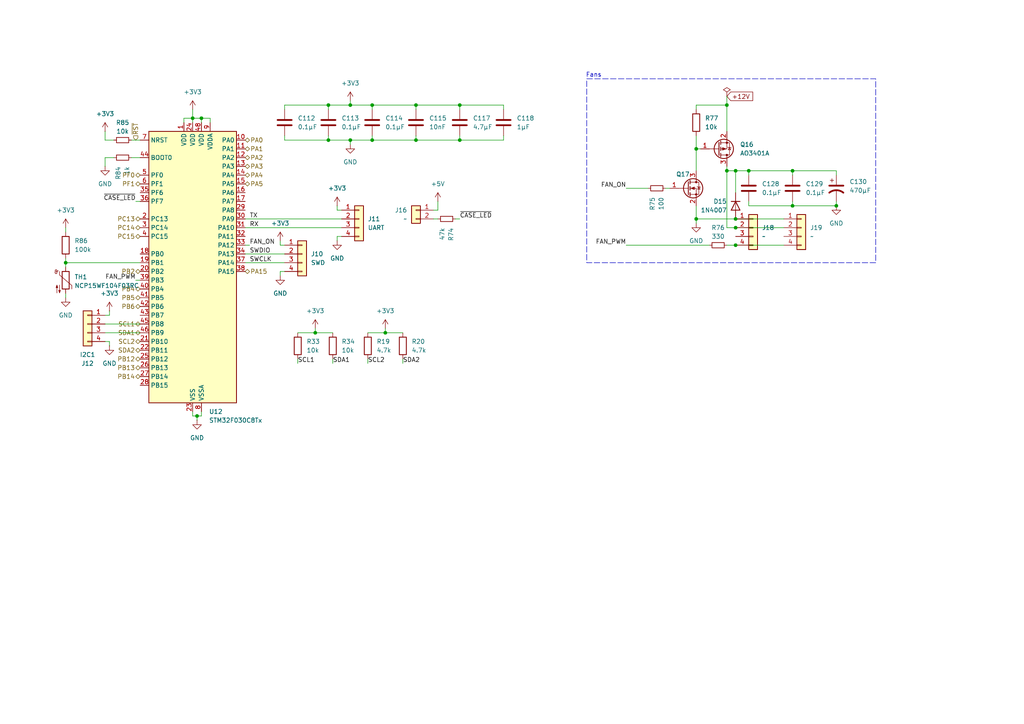
<source format=kicad_sch>
(kicad_sch (version 20231120) (generator "eeschema") (generator_version "8.0")
  (paper "A4")
  (lib_symbols
    (symbol "Connector_Generic:Conn_01x02" (pin_names (offset 1.016) hide)
      (property "Reference" "J" (at 0 2.54 0))
      (property "Value" "Conn_01x02" (at 0 -5.08 0))
      (symbol "Conn_01x02_1_1"
        (rectangle (start -1.27 -2.413) (end 0 -2.667) (stroke (width 0.1524)))
        (rectangle (start -1.27 0.127) (end 0 -0.127) (stroke (width 0.1524)))
        (rectangle (start -1.27 1.27) (end 1.27 -3.81) (stroke (width 0.254)) (fill (type background)))
        (pin passive line (at -5.08 0 0) (length 3.81) (name "Pin_1") (number "1"))
        (pin passive line (at -5.08 -2.54 0) (length 3.81) (name "Pin_2") (number "2"))
      )
    )
    (symbol "Connector_Generic:Conn_01x04" (pin_names (offset 1.016) hide)
      (property "Reference" "J" (at 0 5.08 0))
      (property "Value" "Conn_01x04" (at 0 -7.62 0))
      (symbol "Conn_01x04_1_1"
        (rectangle (start -1.27 -4.953) (end 0 -5.207) (stroke (width 0.1524)))
        (rectangle (start -1.27 -2.413) (end 0 -2.667) (stroke (width 0.1524)))
        (rectangle (start -1.27 0.127) (end 0 -0.127) (stroke (width 0.1524)))
        (rectangle (start -1.27 2.667) (end 0 2.413) (stroke (width 0.1524)))
        (rectangle (start -1.27 3.81) (end 1.27 -6.35) (stroke (width 0.254)) (fill (type background)))
        (pin passive line (at -5.08 2.54 0) (length 3.81) (name "Pin_1") (number "1"))
        (pin passive line (at -5.08 0 0) (length 3.81) (name "Pin_2") (number "2"))
        (pin passive line (at -5.08 -2.54 0) (length 3.81) (name "Pin_3") (number "3"))
        (pin passive line (at -5.08 -5.08 0) (length 3.81) (name "Pin_4") (number "4"))
      )
    )
    (symbol "Device:C" (pin_numbers hide) (pin_names (offset 0.254))
      (property "Reference" "C" (at 0.635 2.54 0))
      (property "Value" "C" (at 0.635 -2.54 0))
      (symbol "C_0_1"
        (polyline (pts (xy -2.032 -0.762) (xy 2.032 -0.762)) (stroke (width 0.508)))
        (polyline (pts (xy -2.032 0.762) (xy 2.032 0.762)) (stroke (width 0.508)))
      )
      (symbol "C_1_1"
        (pin passive line (at 0 3.81 270) (length 2.794) (name "~") (number "1"))
        (pin passive line (at 0 -3.81 90) (length 2.794) (name "~") (number "2"))
      )
    )
    (symbol "Device:C_Polarized_US" (pin_numbers hide) (pin_names (offset 0.254) hide)
      (property "Reference" "C" (at 0.635 2.54 0))
      (property "Value" "C_Polarized_US" (at 0.635 -2.54 0))
      (symbol "C_Polarized_US_0_1"
        (polyline (pts (xy -2.032 0.762) (xy 2.032 0.762)) (stroke (width 0.508)))
        (polyline (pts (xy -1.778 2.286) (xy -0.762 2.286)))
        (polyline (pts (xy -1.27 1.778) (xy -1.27 2.794)))
        (arc (start 2.032 -1.27) (mid 0 -0.5572) (end -2.032 -1.27) (stroke (width 0.508)))
      )
      (symbol "C_Polarized_US_1_1"
        (pin passive line (at 0 3.81 270) (length 2.794) (name "~") (number "1"))
        (pin passive line (at 0 -3.81 90) (length 3.302) (name "~") (number "2"))
      )
    )
    (symbol "Device:R" (pin_numbers hide) (pin_names (offset 0))
      (property "Reference" "R" (at 2.032 0 90))
      (property "Value" "R" (at 0 0 90))
      (symbol "R_0_1"
        (rectangle (start -1.016 -2.54) (end 1.016 2.54) (stroke (width 0.254)))
      )
      (symbol "R_1_1"
        (pin passive line (at 0 3.81 270) (length 1.27) (name "~") (number "1"))
        (pin passive line (at 0 -3.81 90) (length 1.27) (name "~") (number "2"))
      )
    )
    (symbol "Device:R_Small" (pin_numbers hide) (pin_names (offset 0.254) hide)
      (property "Reference" "R" (at 0.762 0.508 0))
      (property "Value" "R_Small" (at 0.762 -1.016 0))
      (symbol "R_Small_0_1"
        (rectangle (start -0.762 1.778) (end 0.762 -1.778) (stroke (width 0.2032)))
      )
      (symbol "R_Small_1_1"
        (pin passive line (at 0 2.54 270) (length 0.762) (name "~") (number "1"))
        (pin passive line (at 0 -2.54 90) (length 0.762) (name "~") (number "2"))
      )
    )
    (symbol "Device:Thermistor_NTC" (pin_numbers hide) (pin_names (offset 0))
      (property "Reference" "TH" (at -4.445 0 90))
      (property "Value" "Thermistor_NTC" (at 3.175 0 90))
      (symbol "Thermistor_NTC_0_1"
        (arc (start -3.048 2.159) (mid -3.0495 2.3143) (end -3.175 2.413))
        (arc (start -3.048 2.159) (mid -2.9736 1.9794) (end -2.794 1.905))
        (arc (start -3.048 2.794) (mid -2.9736 2.6144) (end -2.794 2.54))
        (arc (start -2.794 1.905) (mid -2.6144 1.9794) (end -2.54 2.159))
        (arc (start -2.794 2.54) (mid -2.4393 2.5587) (end -2.159 2.794))
        (arc (start -2.794 3.048) (mid -2.9736 2.9736) (end -3.048 2.794))
        (arc (start -2.54 2.794) (mid -2.6144 2.9736) (end -2.794 3.048))
        (rectangle (start -1.016 2.54) (end 1.016 -2.54) (stroke (width 0.254)))
        (polyline (pts (xy -2.54 2.159) (xy -2.54 2.794)))
        (polyline (pts (xy -1.778 2.54) (xy -1.778 1.524) (xy 1.778 -1.524) (xy 1.778 -2.54)))
        (polyline (pts (xy -2.54 -3.683) (xy -2.54 -1.397) (xy -2.794 -2.159) (xy -2.286 -2.159) (xy -2.54 -1.397) (xy -2.54 -1.651)) (fill (type outline)))
        (polyline (pts (xy -1.778 -1.397) (xy -1.778 -3.683) (xy -2.032 -2.921) (xy -1.524 -2.921) (xy -1.778 -3.683) (xy -1.778 -3.429)) (fill (type outline)))
      )
      (symbol "Thermistor_NTC_1_1"
        (pin passive line (at 0 3.81 270) (length 1.27) (name "~") (number "1"))
        (pin passive line (at 0 -3.81 90) (length 1.27) (name "~") (number "2"))
      )
    )
    (symbol "Diode:1N4007" (pin_numbers hide) (pin_names hide)
      (property "Reference" "D" (at 0 2.54 0))
      (property "Value" "1N4007" (at 0 -2.54 0))
      (symbol "1N4007_0_1"
        (polyline (pts (xy -1.27 1.27) (xy -1.27 -1.27)) (stroke (width 0.254)))
        (polyline (pts (xy 1.27 0) (xy -1.27 0)))
        (polyline (pts (xy 1.27 1.27) (xy 1.27 -1.27) (xy -1.27 0) (xy 1.27 1.27)) (stroke (width 0.254)))
      )
      (symbol "1N4007_1_1"
        (pin passive line (at -3.81 0 0) (length 2.54) (name "K") (number "1"))
        (pin passive line (at 3.81 0 180) (length 2.54) (name "A") (number "2"))
      )
    )
    (symbol "MCU_ST_STM32F0:STM32F030C8Tx"
      (property "Reference" "U" (at -12.7 41.91 0))
      (property "Value" "STM32F030C8Tx" (at 7.62 41.91 0))
      (symbol "STM32F030C8Tx_0_1"
        (rectangle (start -12.7 -38.1) (end 12.7 40.64) (stroke (width 0.254)) (fill (type background)))
      )
      (symbol "STM32F030C8Tx_1_1"
        (pin power_in line (at -2.54 43.18 270) (length 2.54) (name "VDD") (number "1"))
        (pin bidirectional line (at 15.24 38.1 180) (length 2.54) (name "PA0") (number "10"))
        (pin bidirectional line (at 15.24 35.56 180) (length 2.54) (name "PA1") (number "11"))
        (pin bidirectional line (at 15.24 33.02 180) (length 2.54) (name "PA2") (number "12"))
        (pin bidirectional line (at 15.24 30.48 180) (length 2.54) (name "PA3") (number "13"))
        (pin bidirectional line (at 15.24 27.94 180) (length 2.54) (name "PA4") (number "14"))
        (pin bidirectional line (at 15.24 25.4 180) (length 2.54) (name "PA5") (number "15"))
        (pin bidirectional line (at 15.24 22.86 180) (length 2.54) (name "PA6") (number "16"))
        (pin bidirectional line (at 15.24 20.32 180) (length 2.54) (name "PA7") (number "17"))
        (pin bidirectional line (at -15.24 5.08 0) (length 2.54) (name "PB0") (number "18"))
        (pin bidirectional line (at -15.24 2.54 0) (length 2.54) (name "PB1") (number "19"))
        (pin bidirectional line (at -15.24 15.24 0) (length 2.54) (name "PC13") (number "2"))
        (pin bidirectional line (at -15.24 0 0) (length 2.54) (name "PB2") (number "20"))
        (pin bidirectional line (at -15.24 -20.32 0) (length 2.54) (name "PB10") (number "21"))
        (pin bidirectional line (at -15.24 -22.86 0) (length 2.54) (name "PB11") (number "22"))
        (pin power_in line (at 0 -40.64 90) (length 2.54) (name "VSS") (number "23"))
        (pin power_in line (at 0 43.18 270) (length 2.54) (name "VDD") (number "24"))
        (pin bidirectional line (at -15.24 -25.4 0) (length 2.54) (name "PB12") (number "25"))
        (pin bidirectional line (at -15.24 -27.94 0) (length 2.54) (name "PB13") (number "26"))
        (pin bidirectional line (at -15.24 -30.48 0) (length 2.54) (name "PB14") (number "27"))
        (pin bidirectional line (at -15.24 -33.02 0) (length 2.54) (name "PB15") (number "28"))
        (pin bidirectional line (at 15.24 17.78 180) (length 2.54) (name "PA8") (number "29"))
        (pin bidirectional line (at -15.24 12.7 0) (length 2.54) (name "PC14") (number "3"))
        (pin bidirectional line (at 15.24 15.24 180) (length 2.54) (name "PA9") (number "30"))
        (pin bidirectional line (at 15.24 12.7 180) (length 2.54) (name "PA10") (number "31"))
        (pin bidirectional line (at 15.24 10.16 180) (length 2.54) (name "PA11") (number "32"))
        (pin bidirectional line (at 15.24 7.62 180) (length 2.54) (name "PA12") (number "33"))
        (pin bidirectional line (at 15.24 5.08 180) (length 2.54) (name "PA13") (number "34"))
        (pin bidirectional line (at -15.24 22.86 0) (length 2.54) (name "PF6") (number "35"))
        (pin bidirectional line (at -15.24 20.32 0) (length 2.54) (name "PF7") (number "36"))
        (pin bidirectional line (at 15.24 2.54 180) (length 2.54) (name "PA14") (number "37"))
        (pin bidirectional line (at 15.24 0 180) (length 2.54) (name "PA15") (number "38"))
        (pin bidirectional line (at -15.24 -2.54 0) (length 2.54) (name "PB3") (number "39"))
        (pin bidirectional line (at -15.24 10.16 0) (length 2.54) (name "PC15") (number "4"))
        (pin bidirectional line (at -15.24 -5.08 0) (length 2.54) (name "PB4") (number "40"))
        (pin bidirectional line (at -15.24 -7.62 0) (length 2.54) (name "PB5") (number "41"))
        (pin bidirectional line (at -15.24 -10.16 0) (length 2.54) (name "PB6") (number "42"))
        (pin bidirectional line (at -15.24 -12.7 0) (length 2.54) (name "PB7") (number "43"))
        (pin input line (at -15.24 33.02 0) (length 2.54) (name "BOOT0") (number "44"))
        (pin bidirectional line (at -15.24 -15.24 0) (length 2.54) (name "PB8") (number "45"))
        (pin bidirectional line (at -15.24 -17.78 0) (length 2.54) (name "PB9") (number "46"))
        (pin passive line (at 0 -40.64 90) (length 2.54) hide (name "VSS") (number "47"))
        (pin power_in line (at 2.54 43.18 270) (length 2.54) (name "VDD") (number "48"))
        (pin bidirectional line (at -15.24 27.94 0) (length 2.54) (name "PF0") (number "5"))
        (pin bidirectional line (at -15.24 25.4 0) (length 2.54) (name "PF1") (number "6"))
        (pin input line (at -15.24 38.1 0) (length 2.54) (name "NRST") (number "7"))
        (pin power_in line (at 2.54 -40.64 90) (length 2.54) (name "VSSA") (number "8"))
        (pin power_in line (at 5.08 43.18 270) (length 2.54) (name "VDDA") (number "9"))
      )
    )
    (symbol "Transistor_FET:AO3401A" (pin_names hide)
      (property "Reference" "Q" (at 5.08 1.905 0))
      (property "Value" "AO3401A" (at 5.08 0 0))
      (symbol "AO3401A_0_1"
        (polyline (pts (xy 0.254 0) (xy -2.54 0)))
        (polyline (pts (xy 0.254 1.905) (xy 0.254 -1.905)) (stroke (width 0.254)))
        (polyline (pts (xy 0.762 -1.27) (xy 0.762 -2.286)) (stroke (width 0.254)))
        (polyline (pts (xy 0.762 0.508) (xy 0.762 -0.508)) (stroke (width 0.254)))
        (polyline (pts (xy 0.762 2.286) (xy 0.762 1.27)) (stroke (width 0.254)))
        (polyline (pts (xy 2.54 2.54) (xy 2.54 1.778)))
        (polyline (pts (xy 2.54 -2.54) (xy 2.54 0) (xy 0.762 0)))
        (polyline (pts (xy 0.762 1.778) (xy 3.302 1.778) (xy 3.302 -1.778) (xy 0.762 -1.778)))
        (polyline (pts (xy 2.286 0) (xy 1.27 0.381) (xy 1.27 -0.381) (xy 2.286 0)) (fill (type outline)))
        (polyline (pts (xy 2.794 -0.508) (xy 2.921 -0.381) (xy 3.683 -0.381) (xy 3.81 -0.254)))
        (polyline (pts (xy 3.302 -0.381) (xy 2.921 0.254) (xy 3.683 0.254) (xy 3.302 -0.381)))
        (circle (center 1.651 0) (radius 2.794) (stroke (width 0.254)))
        (circle (center 2.54 -1.778) (radius 0.254) (fill (type outline)))
        (circle (center 2.54 1.778) (radius 0.254) (fill (type outline)))
      )
      (symbol "AO3401A_1_1"
        (pin input line (at -5.08 0 0) (length 2.54) (name "G") (number "1"))
        (pin passive line (at 2.54 -5.08 90) (length 2.54) (name "S") (number "2"))
        (pin passive line (at 2.54 5.08 270) (length 2.54) (name "D") (number "3"))
      )
    )
    (symbol "Transistor_FET:BSS214NW" (pin_names hide)
      (property "Reference" "Q" (at 5.08 1.905 0))
      (property "Value" "BSS214NW" (at 5.08 0 0))
      (symbol "BSS214NW_0_1"
        (polyline (pts (xy 0.254 0) (xy -2.54 0)))
        (polyline (pts (xy 0.254 1.905) (xy 0.254 -1.905)) (stroke (width 0.254)))
        (polyline (pts (xy 0.762 -1.27) (xy 0.762 -2.286)) (stroke (width 0.254)))
        (polyline (pts (xy 0.762 0.508) (xy 0.762 -0.508)) (stroke (width 0.254)))
        (polyline (pts (xy 0.762 2.286) (xy 0.762 1.27)) (stroke (width 0.254)))
        (polyline (pts (xy 2.54 2.54) (xy 2.54 1.778)))
        (polyline (pts (xy 2.54 -2.54) (xy 2.54 0) (xy 0.762 0)))
        (polyline (pts (xy 0.762 -1.778) (xy 3.302 -1.778) (xy 3.302 1.778) (xy 0.762 1.778)))
        (polyline (pts (xy 1.016 0) (xy 2.032 0.381) (xy 2.032 -0.381) (xy 1.016 0)) (fill (type outline)))
        (polyline (pts (xy 2.794 0.508) (xy 2.921 0.381) (xy 3.683 0.381) (xy 3.81 0.254)))
        (polyline (pts (xy 3.302 0.381) (xy 2.921 -0.254) (xy 3.683 -0.254) (xy 3.302 0.381)))
        (circle (center 1.651 0) (radius 2.794) (stroke (width 0.254)))
        (circle (center 2.54 -1.778) (radius 0.254) (fill (type outline)))
        (circle (center 2.54 1.778) (radius 0.254) (fill (type outline)))
      )
      (symbol "BSS214NW_1_1"
        (pin input line (at -5.08 0 0) (length 2.54) (name "G") (number "1"))
        (pin passive line (at 2.54 -5.08 90) (length 2.54) (name "S") (number "2"))
        (pin passive line (at 2.54 5.08 270) (length 2.54) (name "D") (number "3"))
      )
    )
    (symbol "power:+3V3" (power) (pin_numbers hide) (pin_names (offset 0) hide)
      (property "Value" "+3V3" (at 0 3.556 0))
      (symbol "+3V3_0_1"
        (polyline (pts (xy -0.762 1.27) (xy 0 2.54)))
        (polyline (pts (xy 0 0) (xy 0 2.54)))
        (polyline (pts (xy 0 2.54) (xy 0.762 1.27)))
      )
      (symbol "+3V3_1_1"
        (pin power_in line (at 0 0 90) (length 0) (name "~") (number "1"))
      )
    )
    (symbol "power:+5V" (power) (pin_numbers hide) (pin_names (offset 0) hide)
      (property "Value" "+5V" (at 0 3.556 0))
      (symbol "+5V_0_1"
        (polyline (pts (xy -0.762 1.27) (xy 0 2.54)))
        (polyline (pts (xy 0 0) (xy 0 2.54)))
        (polyline (pts (xy 0 2.54) (xy 0.762 1.27)))
      )
      (symbol "+5V_1_1"
        (pin power_in line (at 0 0 90) (length 0) (name "~") (number "1"))
      )
    )
    (symbol "power:GND" (power) (pin_numbers hide) (pin_names (offset 0) hide)
      (property "Value" "GND" (at 0 -3.81 0))
      (symbol "GND_0_1"
        (polyline (pts (xy 0 0) (xy 0 -1.27) (xy 1.27 -1.27) (xy 0 -2.54) (xy -1.27 -1.27) (xy 0 -1.27)))
      )
      (symbol "GND_1_1"
        (pin power_in line (at 0 0 270) (length 0) (name "~") (number "1"))
      )
    )
    (symbol "power:PWR_FLAG" (power) (pin_numbers hide) (pin_names (offset 0) hide)
      (property "Value" "PWR_FLAG" (at 0 3.81 0))
      (symbol "PWR_FLAG_0_0"
        (pin power_out line (at 0 0 90) (length 0) (name "~") (number "1"))
      )
      (symbol "PWR_FLAG_0_1"
        (polyline (pts (xy 0 0) (xy 0 1.27) (xy -1.016 1.905) (xy 0 2.54) (xy 1.016 1.905) (xy 0 1.27)))
      )
    )
  )
  (junction (at 107.95 30.48))
  (junction (at 201.93 43.18))
  (junction (at 229.87 49.53))
  (junction (at 213.36 66.04))
  (junction (at 210.82 49.53))
  (junction (at 58.42 34.29))
  (junction (at 57.15 120.65))
  (junction (at 95.25 40.64))
  (junction (at 242.57 59.69))
  (junction (at 101.6 40.64))
  (junction (at 120.65 30.48))
  (junction (at 95.25 30.48))
  (junction (at 107.95 40.64))
  (junction (at 55.88 34.29))
  (junction (at 19.05 76.2))
  (junction (at 213.36 71.12))
  (junction (at 213.36 63.5))
  (junction (at 201.93 63.5))
  (junction (at 91.44 96.52))
  (junction (at 210.82 30.48))
  (junction (at 133.35 40.64))
  (junction (at 213.36 49.53))
  (junction (at 120.65 40.64))
  (junction (at 101.6 30.48))
  (junction (at 111.76 96.52))
  (junction (at 133.35 30.48))
  (junction (at 229.87 59.69))
  (junction (at 217.17 49.53))
  (wire (pts (xy 95.25 30.48) (xy 95.25 31.75)))
  (wire (pts (xy 95.25 39.37) (xy 95.25 40.64)))
  (wire (pts (xy 210.82 30.48) (xy 210.82 38.1)))
  (wire (pts (xy 133.35 30.48) (xy 133.35 31.75)))
  (wire (pts (xy 55.88 119.38) (xy 55.88 120.65)))
  (wire (pts (xy 57.15 120.65) (xy 57.15 121.92)))
  (wire (pts (xy 91.44 96.52) (xy 91.44 95.25)))
  (wire (pts (xy 193.04 54.61) (xy 194.31 54.61)))
  (wire (pts (xy 97.79 60.96) (xy 97.79 59.69)))
  (wire (pts (xy 133.35 30.48) (xy 146.05 30.48)))
  (wire (pts (xy 31.75 99.06) (xy 31.75 100.33)))
  (wire (pts (xy 30.48 45.72) (xy 30.48 48.26)))
  (wire (pts (xy 229.87 49.53) (xy 229.87 50.8)))
  (wire (pts (xy 86.36 104.14) (xy 86.36 105.41)))
  (wire (pts (xy 95.25 30.48) (xy 101.6 30.48)))
  (wire (pts (xy 30.48 91.44) (xy 31.75 91.44)))
  (wire (pts (xy 120.65 40.64) (xy 120.65 39.37)))
  (wire (pts (xy 127 63.5) (xy 125.73 63.5)))
  (wire (pts (xy 71.12 71.12) (xy 72.39 71.12)))
  (wire (pts (xy 229.87 49.53) (xy 242.57 49.53)))
  (wire (pts (xy 217.17 58.42) (xy 217.17 59.69)))
  (wire (pts (xy 181.61 71.12) (xy 205.74 71.12)))
  (wire (pts (xy 242.57 49.53) (xy 242.57 50.8)))
  (wire (pts (xy 39.37 81.28) (xy 40.64 81.28)))
  (wire (pts (xy 210.82 48.26) (xy 210.82 49.53)))
  (wire (pts (xy 213.36 49.53) (xy 213.36 55.88)))
  (wire (pts (xy 132.08 63.5) (xy 133.35 63.5)))
  (wire (pts (xy 127 58.42) (xy 127 60.96)))
  (wire (pts (xy 213.36 49.53) (xy 217.17 49.53)))
  (wire (pts (xy 125.73 60.96) (xy 127 60.96)))
  (wire (pts (xy 81.28 69.85) (xy 81.28 71.12)))
  (wire (pts (xy 201.93 63.5) (xy 213.36 63.5)))
  (wire (pts (xy 71.12 73.66) (xy 82.55 73.66)))
  (wire (pts (xy 30.48 99.06) (xy 31.75 99.06)))
  (wire (pts (xy 111.76 96.52) (xy 116.84 96.52)))
  (wire (pts (xy 120.65 30.48) (xy 120.65 31.75)))
  (wire (pts (xy 53.34 34.29) (xy 55.88 34.29)))
  (wire (pts (xy 30.48 96.52) (xy 40.64 96.52)))
  (wire (pts (xy 217.17 59.69) (xy 229.87 59.69)))
  (wire (pts (xy 97.79 68.58) (xy 99.06 68.58)))
  (wire (pts (xy 210.82 71.12) (xy 213.36 71.12)))
  (wire (pts (xy 210.82 66.04) (xy 213.36 66.04)))
  (wire (pts (xy 82.55 30.48) (xy 95.25 30.48)))
  (wire (pts (xy 101.6 30.48) (xy 107.95 30.48)))
  (wire (pts (xy 107.95 40.64) (xy 120.65 40.64)))
  (wire (pts (xy 99.06 60.96) (xy 97.79 60.96)))
  (wire (pts (xy 86.36 96.52) (xy 91.44 96.52)))
  (wire (pts (xy 55.88 34.29) (xy 55.88 35.56)))
  (wire (pts (xy 201.93 43.18) (xy 203.2 43.18)))
  (wire (pts (xy 181.61 54.61) (xy 187.96 54.61)))
  (wire (pts (xy 106.68 96.52) (xy 111.76 96.52)))
  (wire (pts (xy 201.93 39.37) (xy 201.93 43.18)))
  (wire (pts (xy 82.55 40.64) (xy 82.55 39.37)))
  (wire (pts (xy 19.05 74.93) (xy 19.05 76.2)))
  (wire (pts (xy 213.36 71.12) (xy 227.33 71.12)))
  (wire (pts (xy 210.82 49.53) (xy 210.82 66.04)))
  (wire (pts (xy 96.52 104.14) (xy 96.52 105.41)))
  (wire (pts (xy 217.17 50.8) (xy 217.17 49.53)))
  (wire (pts (xy 55.88 31.75) (xy 55.88 34.29)))
  (wire (pts (xy 217.17 49.53) (xy 229.87 49.53)))
  (wire (pts (xy 97.79 69.85) (xy 97.79 68.58)))
  (wire (pts (xy 201.93 30.48) (xy 210.82 30.48)))
  (wire (pts (xy 19.05 85.09) (xy 19.05 86.36)))
  (wire (pts (xy 213.36 66.04) (xy 227.33 66.04)))
  (wire (pts (xy 210.82 27.94) (xy 210.82 30.48)))
  (wire (pts (xy 95.25 40.64) (xy 82.55 40.64)))
  (wire (pts (xy 82.55 71.12) (xy 81.28 71.12)))
  (wire (pts (xy 120.65 40.64) (xy 133.35 40.64)))
  (wire (pts (xy 91.44 96.52) (xy 96.52 96.52)))
  (wire (pts (xy 242.57 59.69) (xy 242.57 58.42)))
  (wire (pts (xy 71.12 66.04) (xy 99.06 66.04)))
  (wire (pts (xy 210.82 49.53) (xy 213.36 49.53)))
  (wire (pts (xy 106.68 104.14) (xy 106.68 105.41)))
  (wire (pts (xy 116.84 104.14) (xy 116.84 105.41)))
  (wire (pts (xy 71.12 63.5) (xy 99.06 63.5)))
  (wire (pts (xy 81.28 78.74) (xy 81.28 80.01)))
  (wire (pts (xy 107.95 30.48) (xy 120.65 30.48)))
  (wire (pts (xy 201.93 43.18) (xy 201.93 49.53)))
  (wire (pts (xy 19.05 66.04) (xy 19.05 67.31)))
  (wire (pts (xy 58.42 34.29) (xy 58.42 35.56)))
  (wire (pts (xy 146.05 30.48) (xy 146.05 31.75)))
  (wire (pts (xy 201.93 31.75) (xy 201.93 30.48)))
  (wire (pts (xy 33.02 40.64) (xy 30.48 40.64)))
  (wire (pts (xy 213.36 63.5) (xy 227.33 63.5)))
  (wire (pts (xy 33.02 45.72) (xy 30.48 45.72)))
  (wire (pts (xy 82.55 78.74) (xy 81.28 78.74)))
  (wire (pts (xy 229.87 59.69) (xy 229.87 58.42)))
  (wire (pts (xy 229.87 59.69) (xy 242.57 59.69)))
  (wire (pts (xy 30.48 93.98) (xy 40.64 93.98)))
  (wire (pts (xy 19.05 76.2) (xy 40.64 76.2)))
  (wire (pts (xy 58.42 34.29) (xy 60.96 34.29)))
  (wire (pts (xy 95.25 40.64) (xy 101.6 40.64)))
  (wire (pts (xy 55.88 34.29) (xy 58.42 34.29)))
  (wire (pts (xy 58.42 119.38) (xy 58.42 120.65)))
  (wire (pts (xy 55.88 120.65) (xy 57.15 120.65)))
  (wire (pts (xy 146.05 40.64) (xy 146.05 39.37)))
  (wire (pts (xy 53.34 35.56) (xy 53.34 34.29)))
  (wire (pts (xy 120.65 30.48) (xy 133.35 30.48)))
  (wire (pts (xy 38.1 45.72) (xy 40.64 45.72)))
  (wire (pts (xy 71.12 76.2) (xy 82.55 76.2)))
  (wire (pts (xy 133.35 40.64) (xy 133.35 39.37)))
  (wire (pts (xy 60.96 34.29) (xy 60.96 35.56)))
  (wire (pts (xy 31.75 91.44) (xy 31.75 90.17)))
  (wire (pts (xy 133.35 40.64) (xy 146.05 40.64)))
  (wire (pts (xy 107.95 30.48) (xy 107.95 31.75)))
  (wire (pts (xy 111.76 96.52) (xy 111.76 95.25)))
  (wire (pts (xy 101.6 40.64) (xy 107.95 40.64)))
  (wire (pts (xy 201.93 63.5) (xy 201.93 64.77)))
  (wire (pts (xy 30.48 40.64) (xy 30.48 38.1)))
  (wire (pts (xy 58.42 120.65) (xy 57.15 120.65)))
  (wire (pts (xy 107.95 40.64) (xy 107.95 39.37)))
  (wire (pts (xy 101.6 30.48) (xy 101.6 29.21)))
  (wire (pts (xy 19.05 76.2) (xy 19.05 77.47)))
  (wire (pts (xy 101.6 40.64) (xy 101.6 41.91)))
  (wire (pts (xy 38.1 40.64) (xy 40.64 40.64)))
  (wire (pts (xy 39.37 58.42) (xy 40.64 58.42)))
  (wire (pts (xy 201.93 59.69) (xy 201.93 63.5)))
  (wire (pts (xy 82.55 31.75) (xy 82.55 30.48)))
  (rectangle (start 170.18 22.86) (end 254 76.2) (stroke (width 0) (type dash)))
  (text "Fans" (at 172.212 21.844 0) (effects (font (size 1.27 1.27))))
  (label "~{CASE_LED}" (at 39.37 58.42 180))
  (label "SDA1" (at 96.52 105.41 0))
  (label "TX" (at 72.39 63.5 0))
  (label "SDA2" (at 116.84 105.41 0))
  (label "FAN_ON" (at 72.39 71.12 0))
  (label "FAN_PWM" (at 181.61 71.12 180))
  (label "~{CASE_LED}" (at 133.35 63.5 0))
  (label "SWDIO" (at 72.39 73.66 0))
  (label "FAN_ON" (at 181.61 54.61 180))
  (label "SWCLK" (at 72.39 76.2 0))
  (label "FAN_PWM" (at 39.37 81.28 180))
  (label "RX" (at 72.39 66.04 0))
  (label "SCL2" (at 106.68 105.41 0))
  (label "SCL1" (at 86.36 105.41 0))
  (global_label "+12V" (shape input) (at 210.82 27.94 0) (property "Intersheetrefs" "${INTERSHEET_REFS}" (effects (hide yes))))
  (hierarchical_label "PB6" (shape bidirectional) (at 40.64 88.9 180))
  (hierarchical_label "PB12" (shape bidirectional) (at 40.64 104.14 180))
  (hierarchical_label "PA2" (shape bidirectional) (at 71.12 45.72 0))
  (hierarchical_label "SDA2" (shape bidirectional) (at 40.64 101.6 180))
  (hierarchical_label "PA3" (shape bidirectional) (at 71.12 48.26 0))
  (hierarchical_label "PA5" (shape bidirectional) (at 71.12 53.34 0))
  (hierarchical_label "PB14" (shape bidirectional) (at 40.64 109.22 180))
  (hierarchical_label "PB5" (shape bidirectional) (at 40.64 86.36 180))
  (hierarchical_label "PA0" (shape bidirectional) (at 71.12 40.64 0))
  (hierarchical_label "PF0" (shape bidirectional) (at 40.64 50.8 180))
  (hierarchical_label "PC14" (shape bidirectional) (at 40.64 66.04 180))
  (hierarchical_label "PA15" (shape bidirectional) (at 71.12 78.74 0))
  (hierarchical_label "PB13" (shape bidirectional) (at 40.64 106.68 180))
  (hierarchical_label "SDA1" (shape bidirectional) (at 40.64 96.52 180))
  (hierarchical_label "SCL2" (shape bidirectional) (at 40.64 99.06 180))
  (hierarchical_label "PC13" (shape bidirectional) (at 40.64 63.5 180))
  (hierarchical_label "PA4" (shape bidirectional) (at 71.12 50.8 0))
  (hierarchical_label "PA1" (shape bidirectional) (at 71.12 43.18 0))
  (hierarchical_label "PC15" (shape bidirectional) (at 40.64 68.58 180))
  (hierarchical_label "PB2" (shape bidirectional) (at 40.64 78.74 180))
  (hierarchical_label "PB4" (shape bidirectional) (at 40.64 83.82 180))
  (hierarchical_label "PF1" (shape bidirectional) (at 40.64 53.34 180))
  (hierarchical_label "SCL1" (shape bidirectional) (at 40.64 93.98 180))
  (hierarchical_label "~{RST}" (shape input) (at 39.37 40.64 90))
  (symbol (lib_id "Device:C") (at 120.65 35.56 0) (unit 1)
    (property "Reference" "C115" (at 124.46 34.2899 0) (effects (justify left)))
    (property "Value" "10nF" (at 124.46 36.8299 0) (effects (justify left)))
    (property "Footprint" "Capacitor_SMD:C_0402_1005Metric" (effects (hide yes)))
    (property "Description" "X7R" (effects (hide yes)))
    (property "Part_Number" "CL05B103KB5NNNC" (effects (hide yes)))
    (property "LCSC" "C15195" (effects (hide yes)))
  )
  (symbol (lib_id "Device:R") (at 96.52 100.33 0) (unit 1)
    (property "Reference" "R34" (at 99.06 99.0599 0) (effects (justify left)))
    (property "Value" "10k" (at 99.06 101.5999 0) (effects (justify left)))
    (property "Footprint" "Resistor_SMD:R_0402_1005Metric" (effects (hide yes)))
    (property "Description" "Resistor" (effects (hide yes)))
    (property "Part_Number" "0402WGF1002TCE" (effects (hide yes)))
    (property "LCSC" "C25744" (effects (hide yes)))
  )
  (symbol (lib_id "power:+3V3") (at 81.28 69.85 0) (unit 1)
    (property "Reference" "#PWR0125" (effects (hide yes)))
    (property "Value" "+3V3" (at 81.28 64.77 0))
    (property "Description" "Power symbol creates a global label with name \"+3V3\"" (effects (hide yes)))
  )
  (symbol (lib_id "Device:C") (at 107.95 35.56 0) (unit 1)
    (property "Reference" "C114" (at 111.76 34.2899 0) (effects (justify left)))
    (property "Value" "0.1µF" (at 111.76 36.8299 0) (effects (justify left)))
    (property "Footprint" "Capacitor_SMD:C_0402_1005Metric" (effects (hide yes)))
    (property "Description" "Unpolarized capacitor" (effects (hide yes)))
    (property "LCSC" "C307331" (effects (hide yes)))
    (property "Part_Number" "CL05B104KB54PNC" (effects (hide yes)))
  )
  (symbol (lib_id "MCU_ST_STM32F0:STM32F030C8Tx") (at 55.88 78.74 0) (unit 1)
    (property "Reference" "U12" (at 60.6141 119.38 0) (effects (justify left)))
    (property "Value" "STM32F030C8Tx" (at 60.6141 121.92 0) (effects (justify left)))
    (property "Footprint" "Package_QFP:LQFP-48_7x7mm_P0.5mm" (effects (hide yes)))
    (property "Datasheet" "https://www.st.com/resource/en/datasheet/stm32f030c8.pdf" (effects (hide yes)))
    (property "Description" "STMicroelectronics Arm Cortex-M0 MCU, 64KB flash, 8KB RAM, 48 MHz, 2.4-3.6V, 39 GPIO, LQFP48" (effects (hide yes)))
    (property "Part_Number" "STM32F030C8T6" (effects (hide yes)))
    (property "LCSC" "C23922" (effects (hide yes)))
  )
  (symbol (lib_id "Connector_Generic:Conn_01x04") (at 25.4 93.98 0) (mirror y) (unit 1)
    (property "Reference" "J12" (at 25.4 105.41 0))
    (property "Value" "I2C1" (at 25.4 102.87 0))
    (property "Footprint" "Connector_PinHeader_2.54mm:PinHeader_1x04_P2.54mm_Vertical" (effects (hide yes)))
    (property "Description" "Generic connector, single row, 01x04, script generated (kicad-library-utils/schlib/autogen/connector/)" (effects (hide yes)))
    (property "Part_Number" "2.54-1*4" (effects (hide yes)))
    (property "LCSC" "C5116483" (effects (hide yes)))
  )
  (symbol (lib_id "power:GND") (at 201.93 64.77 0) (mirror y) (unit 1)
    (property "Reference" "#PWR065" (effects (hide yes)))
    (property "Value" "GND" (at 201.93 69.85 0))
    (property "Description" "Power symbol creates a global label with name \"GND\" , ground" (effects (hide yes)))
  )
  (symbol (lib_id "power:GND") (at 101.6 41.91 0) (unit 1)
    (property "Reference" "#PWR0122" (effects (hide yes)))
    (property "Value" "GND" (at 101.6 46.99 0))
    (property "Description" "Power symbol creates a global label with name \"GND\" , ground" (effects (hide yes)))
  )
  (symbol (lib_id "Device:R_Small") (at 208.28 71.12 90) (unit 1)
    (property "Reference" "R76" (at 208.28 66.04 90))
    (property "Value" "330" (at 208.28 68.58 90))
    (property "Footprint" "Resistor_SMD:R_0402_1005Metric" (effects (hide yes)))
    (property "Description" "Resistor, small symbol" (effects (hide yes)))
    (property "Part_Number" "0402WGF3300TCE" (effects (hide yes)))
    (property "LCSC" "C25104" (effects (hide yes)))
  )
  (symbol (lib_id "Diode:1N4007") (at 213.36 59.69 90) (mirror x) (unit 1)
    (property "Reference" "D15" (at 210.82 58.4199 90) (effects (justify left)))
    (property "Value" "1N4007" (at 210.82 60.9599 90) (effects (justify left)))
    (property "Footprint" "Diode_SMD:D_SOD-123F" (effects (hide yes)))
    (property "Datasheet" "http://www.vishay.com/docs/88503/1n4001.pdf" (effects (hide yes)))
    (property "Description" "1000V 1A General Purpose Rectifier Diode, DO-41" (effects (hide yes)))
    (property "Sim.Device" "D" (effects (hide yes)))
    (property "Sim.Pins" "1=K 2=A" (effects (hide yes)))
    (property "Part_Number" "1N4007W" (effects (hide yes)))
    (property "LCSC" "C18199088" (effects (hide yes)))
  )
  (symbol (lib_id "power:+3V3") (at 30.48 38.1 0) (unit 1)
    (property "Reference" "#PWR0119" (effects (hide yes)))
    (property "Value" "+3V3" (at 30.48 33.02 0))
    (property "Description" "Power symbol creates a global label with name \"+3V3\"" (effects (hide yes)))
  )
  (symbol (lib_id "power:+3V3") (at 111.76 95.25 0) (unit 1)
    (property "Reference" "#PWR0128" (effects (hide yes)))
    (property "Value" "+3V3" (at 111.76 90.17 0))
    (property "Description" "Power symbol creates a global label with name \"+3V3\"" (effects (hide yes)))
  )
  (symbol (lib_id "Connector_Generic:Conn_01x02") (at 120.65 60.96 0) (mirror y) (unit 1)
    (property "Reference" "J16" (at 118.11 60.9599 0) (effects (justify left)))
    (property "Value" "~" (at 118.11 63.4999 0) (effects (justify left)))
    (property "Footprint" "Connector_JST:JST_PH_S2B-PH-K_1x02_P2.00mm_Horizontal" (effects (hide yes)))
    (property "Description" "Generic connector, single row, 01x02, script generated (kicad-library-utils/schlib/autogen/connector/)" (effects (hide yes)))
    (property "Part_Number" "S2B-PH-KL(LF)(SN)" (effects (hide yes)))
    (property "LCSC" "C160237" (effects (hide yes)))
  )
  (symbol (lib_id "power:+3V3") (at 55.88 31.75 0) (unit 1)
    (property "Reference" "#PWR0124" (effects (hide yes)))
    (property "Value" "+3V3" (at 55.88 26.67 0))
    (property "Description" "Power symbol creates a global label with name \"+3V3\"" (effects (hide yes)))
  )
  (symbol (lib_id "Device:C") (at 229.87 54.61 0) (unit 1)
    (property "Reference" "C129" (at 233.68 53.3399 0) (effects (justify left)))
    (property "Value" "0.1µF" (at 233.68 55.8799 0) (effects (justify left)))
    (property "Footprint" "Capacitor_SMD:C_0603_1608Metric" (effects (hide yes)))
    (property "Description" "Unpolarized capacitor" (effects (hide yes)))
    (property "Part_Number" "CC0603KRX7R9BB104" (effects (hide yes)))
    (property "LCSC" "C14663" (effects (hide yes)))
  )
  (symbol (lib_id "Device:R_Small") (at 190.5 54.61 90) (mirror x) (unit 1)
    (property "Reference" "R75" (at 189.2299 57.15 0) (effects (justify left)))
    (property "Value" "100" (at 191.7699 57.15 0) (effects (justify left)))
    (property "Footprint" "Resistor_SMD:R_0402_1005Metric" (effects (hide yes)))
    (property "Description" "Resistor, small symbol" (effects (hide yes)))
    (property "Part_Number" "0402WGF1000TCE" (effects (hide yes)))
    (property "LCSC" "C25076" (effects (hide yes)))
  )
  (symbol (lib_id "Device:R_Small") (at 35.56 40.64 270) (mirror x) (unit 1)
    (property "Reference" "R85" (at 35.56 35.56 90))
    (property "Value" "10k" (at 35.56 38.1 90))
    (property "Footprint" "Resistor_SMD:R_0402_1005Metric" (effects (hide yes)))
    (property "Description" "Resistor, small symbol" (effects (hide yes)))
    (property "Part_Number" "0402WGF1002TCE" (effects (hide yes)))
    (property "LCSC" "C25744" (effects (hide yes)))
  )
  (symbol (lib_id "power:+3V3") (at 91.44 95.25 0) (unit 1)
    (property "Reference" "#PWR067" (effects (hide yes)))
    (property "Value" "+3V3" (at 91.44 90.17 0))
    (property "Description" "Power symbol creates a global label with name \"+3V3\"" (effects (hide yes)))
  )
  (symbol (lib_id "Connector_Generic:Conn_01x04") (at 232.41 66.04 0) (unit 1)
    (property "Reference" "J19" (at 234.95 66.0399 0) (effects (justify left)))
    (property "Value" "~" (at 234.95 68.5799 0) (effects (justify left)))
    (property "Footprint" "470531000:CONN_SD-47053-001_H10p00_MOL" (effects (hide yes)))
    (property "Description" "Generic connector, single row, 01x04, script generated (kicad-library-utils/schlib/autogen/connector/)" (effects (hide yes)))
    (property "Part_Number" "470531000" (effects (hide yes)))
    (property "LCSC" "C240840" (effects (hide yes)))
  )
  (symbol (lib_id "Device:R") (at 116.84 100.33 0) (unit 1)
    (property "Reference" "R20" (at 119.38 99.0599 0) (effects (justify left)))
    (property "Value" "4.7k" (at 119.38 101.5999 0) (effects (justify left)))
    (property "Footprint" "Resistor_SMD:R_0402_1005Metric" (effects (hide yes)))
    (property "Description" "Resistor" (effects (hide yes)))
    (property "Part_Number" "0402WGF4701TCE" (effects (hide yes)))
    (property "LCSC" "C25900" (effects (hide yes)))
  )
  (symbol (lib_id "Transistor_FET:AO3401A") (at 208.28 43.18 0) (mirror x) (unit 1)
    (property "Reference" "Q16" (at 214.63 41.9099 0) (effects (justify left)))
    (property "Value" "AO3401A" (at 214.63 44.4499 0) (effects (justify left)))
    (property "Footprint" "Package_TO_SOT_SMD:SOT-23" (effects (hide yes)))
    (property "Datasheet" "http://www.aosmd.com/pdfs/datasheet/AO3401A.pdf" (effects (hide yes)))
    (property "Description" "-4.0A Id, -30V Vds, P-Channel MOSFET, SOT-23" (effects (hide yes)))
    (property "Part_Number" "AO3401A" (effects (hide yes)))
    (property "LCSC" "C15127" (effects (hide yes)))
  )
  (symbol (lib_id "power:GND") (at 81.28 80.01 0) (unit 1)
    (property "Reference" "#PWR0126" (effects (hide yes)))
    (property "Value" "GND" (at 81.28 85.09 0))
    (property "Description" "Power symbol creates a global label with name \"GND\" , ground" (effects (hide yes)))
  )
  (symbol (lib_id "Device:R") (at 19.05 71.12 180) (unit 1)
    (property "Reference" "R86" (at 21.59 69.8499 0) (effects (justify right)))
    (property "Value" "100k" (at 21.59 72.3899 0) (effects (justify right)))
    (property "Footprint" "Resistor_SMD:R_0402_1005Metric" (effects (hide yes)))
    (property "Description" "Resistor" (effects (hide yes)))
    (property "LCSC" "C25741" (effects (hide yes)))
    (property "Part_Number" "0402WGF1003TCE" (effects (hide yes)))
  )
  (symbol (lib_id "Connector_Generic:Conn_01x04") (at 87.63 73.66 0) (unit 1)
    (property "Reference" "J10" (at 90.17 73.6599 0) (effects (justify left)))
    (property "Value" "SWD" (at 90.17 76.1999 0) (effects (justify left)))
    (property "Footprint" "Connector_PinHeader_2.54mm:PinHeader_1x04_P2.54mm_Vertical" (effects (hide yes)))
    (property "Description" "Generic connector, single row, 01x04, script generated (kicad-library-utils/schlib/autogen/connector/)" (effects (hide yes)))
    (property "Part_Number" "2.54-1*4" (effects (hide yes)))
    (property "LCSC" "C5116483" (effects (hide yes)))
  )
  (symbol (lib_id "power:GND") (at 30.48 48.26 0) (unit 1)
    (property "Reference" "#PWR0120" (effects (hide yes)))
    (property "Value" "GND" (at 30.48 53.34 0))
    (property "Description" "Power symbol creates a global label with name \"GND\" , ground" (effects (hide yes)))
  )
  (symbol (lib_id "power:+3V3") (at 31.75 90.17 0) (mirror y) (unit 1)
    (property "Reference" "#PWR018" (effects (hide yes)))
    (property "Value" "+3V3" (at 31.75 85.09 0))
    (property "Description" "Power symbol creates a global label with name \"+3V3\"" (effects (hide yes)))
  )
  (symbol (lib_id "Device:C") (at 146.05 35.56 0) (unit 1)
    (property "Reference" "C118" (at 149.86 34.2899 0) (effects (justify left)))
    (property "Value" "1µF" (at 149.86 36.8299 0) (effects (justify left)))
    (property "Footprint" "Capacitor_SMD:C_0402_1005Metric" (effects (hide yes)))
    (property "Description" "Unpolarized capacitor" (effects (hide yes)))
    (property "Part_Number" "CL05A105KA5NQNC" (effects (hide yes)))
    (property "LCSC" "C52923" (effects (hide yes)))
  )
  (symbol (lib_id "Device:C") (at 133.35 35.56 0) (unit 1)
    (property "Reference" "C117" (at 137.16 34.2899 0) (effects (justify left)))
    (property "Value" "4.7µF" (at 137.16 36.8299 0) (effects (justify left)))
    (property "Footprint" "Capacitor_SMD:C_0402_1005Metric" (effects (hide yes)))
    (property "Description" "Unpolarized capacitor" (effects (hide yes)))
    (property "Part_Number" "CL05A475MP5NRNC" (effects (hide yes)))
    (property "LCSC" "C23733" (effects (hide yes)))
  )
  (symbol (lib_id "Device:R_Small") (at 129.54 63.5 270) (unit 1)
    (property "Reference" "R74" (at 130.8101 66.04 0) (effects (justify left)))
    (property "Value" "47k" (at 128.2701 66.04 0) (effects (justify left)))
    (property "Footprint" "Resistor_SMD:R_0402_1005Metric" (effects (hide yes)))
    (property "Description" "Resistor, small symbol" (effects (hide yes)))
    (property "Part_Number" "0402WGF4702TCE" (effects (hide yes)))
    (property "LCSC" "C25792" (effects (hide yes)))
  )
  (symbol (lib_id "power:GND") (at 57.15 121.92 0) (unit 1)
    (property "Reference" "#PWR0121" (effects (hide yes)))
    (property "Value" "GND" (at 57.15 127 0))
    (property "Description" "Power symbol creates a global label with name \"GND\" , ground" (effects (hide yes)))
  )
  (symbol (lib_id "power:+3V3") (at 97.79 59.69 0) (unit 1)
    (property "Reference" "#PWR01" (effects (hide yes)))
    (property "Value" "+3V3" (at 97.79 54.61 0))
    (property "Description" "Power symbol creates a global label with name \"+3V3\"" (effects (hide yes)))
  )
  (symbol (lib_id "power:PWR_FLAG") (at 210.82 27.94 0) (unit 1)
    (property "Reference" "#FLG06" (effects (hide yes)))
    (property "Value" "PWR_FLAG" (effects (hide yes)))
    (property "Description" "Special symbol for telling ERC where power comes from" (effects (hide yes)))
  )
  (symbol (lib_id "Device:R") (at 106.68 100.33 0) (unit 1)
    (property "Reference" "R19" (at 109.22 99.0599 0) (effects (justify left)))
    (property "Value" "4.7k" (at 109.22 101.5999 0) (effects (justify left)))
    (property "Footprint" "Resistor_SMD:R_0402_1005Metric" (effects (hide yes)))
    (property "Description" "Resistor" (effects (hide yes)))
    (property "Part_Number" "0402WGF4701TCE" (effects (hide yes)))
    (property "LCSC" "C25900" (effects (hide yes)))
  )
  (symbol (lib_id "power:GND") (at 97.79 69.85 0) (unit 1)
    (property "Reference" "#PWR036" (effects (hide yes)))
    (property "Value" "GND" (at 97.79 74.93 0))
    (property "Description" "Power symbol creates a global label with name \"GND\" , ground" (effects (hide yes)))
  )
  (symbol (lib_id "power:GND") (at 31.75 100.33 0) (mirror y) (unit 1)
    (property "Reference" "#PWR021" (effects (hide yes)))
    (property "Value" "GND" (at 31.75 105.41 0))
    (property "Description" "Power symbol creates a global label with name \"GND\" , ground" (effects (hide yes)))
  )
  (symbol (lib_id "Connector_Generic:Conn_01x04") (at 218.44 66.04 0) (unit 1)
    (property "Reference" "J18" (at 220.98 66.0399 0) (effects (justify left)))
    (property "Value" "~" (at 220.98 68.5799 0) (effects (justify left)))
    (property "Footprint" "470531000:CONN_SD-47053-001_H10p00_MOL" (effects (hide yes)))
    (property "Description" "Generic connector, single row, 01x04, script generated (kicad-library-utils/schlib/autogen/connector/)" (effects (hide yes)))
    (property "Part_Number" "470531000" (effects (hide yes)))
    (property "LCSC" "C240840" (effects (hide yes)))
  )
  (symbol (lib_id "Connector_Generic:Conn_01x04") (at 104.14 63.5 0) (unit 1)
    (property "Reference" "J11" (at 106.68 63.4999 0) (effects (justify left)))
    (property "Value" "UART" (at 106.68 66.0399 0) (effects (justify left)))
    (property "Footprint" "Connector_PinHeader_2.54mm:PinHeader_1x04_P2.54mm_Vertical" (effects (hide yes)))
    (property "Description" "Generic connector, single row, 01x04, script generated (kicad-library-utils/schlib/autogen/connector/)" (effects (hide yes)))
    (property "Part_Number" "2.54-1*4" (effects (hide yes)))
    (property "LCSC" "C5116483" (effects (hide yes)))
  )
  (symbol (lib_id "Transistor_FET:BSS214NW") (at 199.39 54.61 0) (unit 1)
    (property "Reference" "Q17" (at 196.088 50.546 0) (effects (justify left)))
    (property "Value" "2N7002W" (effects (hide yes)))
    (property "Footprint" "2N7002W:SOT-323-3_L2.0-W1.3-P1.30-LS2.1-BR" (effects (hide yes)))
    (property "Part_Number" "2N7002W" (effects (hide yes)))
    (property "LCSC" "C7420322" (effects (hide yes)))
  )
  (symbol (lib_id "power:+3V3") (at 19.05 66.04 0) (unit 1)
    (property "Reference" "#PWR068" (effects (hide yes)))
    (property "Value" "+3V3" (at 19.05 60.96 0))
    (property "Description" "Power symbol creates a global label with name \"+3V3\"" (effects (hide yes)))
  )
  (symbol (lib_id "Device:Thermistor_NTC") (at 19.05 81.28 0) (unit 1)
    (property "Reference" "TH1" (at 21.59 80.3274 0) (effects (justify left)))
    (property "Value" "NCP15WF104F03RC" (at 21.59 82.8674 0) (effects (justify left)))
    (property "Footprint" "Resistor_SMD:R_0402_1005Metric" (effects (hide yes)))
    (property "Description" "Temperature dependent resistor, negative temperature coefficient" (effects (hide yes)))
    (property "Part_Number" "NCP15WF104F03RC" (effects (hide yes)))
    (property "LCSC" "C77130" (effects (hide yes)))
  )
  (symbol (lib_id "Device:C") (at 217.17 54.61 0) (unit 1)
    (property "Reference" "C128" (at 220.98 53.3399 0) (effects (justify left)))
    (property "Value" "0.1µF" (at 220.98 55.8799 0) (effects (justify left)))
    (property "Footprint" "Capacitor_SMD:C_0603_1608Metric" (effects (hide yes)))
    (property "Description" "Unpolarized capacitor" (effects (hide yes)))
    (property "Part_Number" "CC0603KRX7R9BB104" (effects (hide yes)))
    (property "LCSC" "C14663" (effects (hide yes)))
  )
  (symbol (lib_id "Device:C") (at 82.55 35.56 0) (unit 1)
    (property "Reference" "C112" (at 86.36 34.2899 0) (effects (justify left)))
    (property "Value" "0.1µF" (at 86.36 36.8299 0) (effects (justify left)))
    (property "Footprint" "Capacitor_SMD:C_0402_1005Metric" (effects (hide yes)))
    (property "Description" "Unpolarized capacitor" (effects (hide yes)))
    (property "LCSC" "C307331" (effects (hide yes)))
    (property "Part_Number" "CL05B104KB54PNC" (effects (hide yes)))
  )
  (symbol (lib_id "Device:R_Small") (at 35.56 45.72 90) (mirror x) (unit 1)
    (property "Reference" "R84" (at 34.2899 48.26 0) (effects (justify left)))
    (property "Value" "1k" (at 36.8299 48.26 0) (effects (justify left)))
    (property "Footprint" "Resistor_SMD:R_0402_1005Metric" (effects (hide yes)))
    (property "Description" "Resistor, small symbol" (effects (hide yes)))
    (property "Part_Number" "0402WGF1001TCE" (effects (hide yes)))
    (property "LCSC" "C11702" (effects (hide yes)))
  )
  (symbol (lib_id "power:+5V") (at 127 58.42 0) (mirror y) (unit 1)
    (property "Reference" "#PWR064" (effects (hide yes)))
    (property "Value" "+5V" (at 127 53.34 0))
    (property "Description" "Power symbol creates a global label with name \"+5V\"" (effects (hide yes)))
  )
  (symbol (lib_id "Device:R") (at 201.93 35.56 0) (unit 1)
    (property "Reference" "R77" (at 204.47 34.2899 0) (effects (justify left)))
    (property "Value" "10k" (at 204.47 36.8299 0) (effects (justify left)))
    (property "Footprint" "Resistor_SMD:R_0402_1005Metric" (effects (hide yes)))
    (property "Description" "Resistor" (effects (hide yes)))
    (property "LCSC" "C25744" (effects (hide yes)))
    (property "Part_Number" "0402WGF1002TCE" (effects (hide yes)))
  )
  (symbol (lib_id "power:+3V3") (at 101.6 29.21 0) (unit 1)
    (property "Reference" "#PWR0123" (effects (hide yes)))
    (property "Value" "+3V3" (at 101.6 24.13 0))
    (property "Description" "Power symbol creates a global label with name \"+3V3\"" (effects (hide yes)))
  )
  (symbol (lib_id "power:GND") (at 242.57 59.69 0) (unit 1)
    (property "Reference" "#PWR066" (effects (hide yes)))
    (property "Value" "GND" (at 242.57 64.77 0))
    (property "Description" "Power symbol creates a global label with name \"GND\" , ground" (effects (hide yes)))
  )
  (symbol (lib_id "Device:R") (at 86.36 100.33 0) (unit 1)
    (property "Reference" "R33" (at 88.9 99.0599 0) (effects (justify left)))
    (property "Value" "10k" (at 88.9 101.5999 0) (effects (justify left)))
    (property "Footprint" "Resistor_SMD:R_0402_1005Metric" (effects (hide yes)))
    (property "Description" "Resistor" (effects (hide yes)))
    (property "Part_Number" "0402WGF1002TCE" (effects (hide yes)))
    (property "LCSC" "C25744" (effects (hide yes)))
  )
  (symbol (lib_id "Device:C") (at 95.25 35.56 0) (unit 1)
    (property "Reference" "C113" (at 99.06 34.2899 0) (effects (justify left)))
    (property "Value" "0.1µF" (at 99.06 36.8299 0) (effects (justify left)))
    (property "Footprint" "Capacitor_SMD:C_0402_1005Metric" (effects (hide yes)))
    (property "Description" "Unpolarized capacitor" (effects (hide yes)))
    (property "LCSC" "C307331" (effects (hide yes)))
    (property "Part_Number" "CL05B104KB54PNC" (effects (hide yes)))
  )
  (symbol (lib_id "power:GND") (at 19.05 86.36 0) (unit 1)
    (property "Reference" "#PWR078" (effects (hide yes)))
    (property "Value" "GND" (at 19.05 91.44 0))
    (property "Description" "Power symbol creates a global label with name \"GND\" , ground" (effects (hide yes)))
  )
  (symbol (lib_id "Device:C_Polarized_US") (at 242.57 54.61 0) (unit 1)
    (property "Reference" "C130" (at 246.38 52.7049 0) (effects (justify left)))
    (property "Value" "470µF" (at 246.38 55.2449 0) (effects (justify left)))
    (property "Footprint" "Capacitor_THT:CP_Radial_D10.0mm_P5.00mm" (effects (hide yes)))
    (property "Description" "Polarized capacitor, US symbol" (effects (hide yes)))
    (property "Part_Number" "EGT477M1HG16RRS0P" (effects (hide yes)))
    (property "LCSC" "C3015599" (effects (hide yes)))
  )
)
</source>
